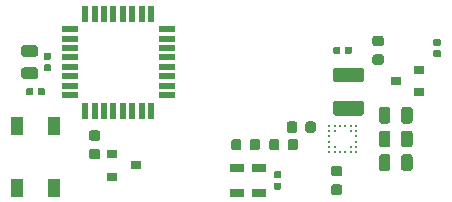
<source format=gbr>
G04 #@! TF.GenerationSoftware,KiCad,Pcbnew,(5.1.5)-3*
G04 #@! TF.CreationDate,2021-01-08T03:31:11-05:00*
G04 #@! TF.ProjectId,EPC611 LIDAR,45504336-3131-4204-9c49-4441522e6b69,rev?*
G04 #@! TF.SameCoordinates,Original*
G04 #@! TF.FileFunction,Paste,Top*
G04 #@! TF.FilePolarity,Positive*
%FSLAX46Y46*%
G04 Gerber Fmt 4.6, Leading zero omitted, Abs format (unit mm)*
G04 Created by KiCad (PCBNEW (5.1.5)-3) date 2021-01-08 03:31:11*
%MOMM*%
%LPD*%
G04 APERTURE LIST*
%ADD10R,1.193800X0.762000*%
%ADD11R,1.473200X0.508000*%
%ADD12R,0.508000X1.473200*%
%ADD13C,0.250000*%
%ADD14R,0.990600X1.549400*%
%ADD15C,0.100000*%
%ADD16R,0.900000X0.800000*%
G04 APERTURE END LIST*
D10*
X121952500Y-116054100D03*
X121952500Y-113945900D03*
X120047500Y-113945900D03*
X120047500Y-116054100D03*
D11*
X105885200Y-102200001D03*
X105885200Y-102999999D03*
X105885200Y-103800000D03*
X105885200Y-104600001D03*
X105885200Y-105399999D03*
X105885200Y-106200000D03*
X105885200Y-106999999D03*
X105885200Y-107799999D03*
D12*
X107200001Y-109114800D03*
X107999999Y-109114800D03*
X108800000Y-109114800D03*
X109600001Y-109114800D03*
X110399999Y-109114800D03*
X111200000Y-109114800D03*
X111999999Y-109114800D03*
X112799999Y-109114800D03*
D11*
X114114800Y-107799999D03*
X114114800Y-107000001D03*
X114114800Y-106200000D03*
X114114800Y-105399999D03*
X114114800Y-104600001D03*
X114114800Y-103800000D03*
X114114800Y-103000001D03*
X114114800Y-102200001D03*
D12*
X112799999Y-100885200D03*
X112000001Y-100885200D03*
X111200000Y-100885200D03*
X110399999Y-100885200D03*
X109600001Y-100885200D03*
X108800000Y-100885200D03*
X108000001Y-100885200D03*
X107200001Y-100885200D03*
D13*
X130125000Y-112625000D03*
X130125000Y-112175000D03*
X130125000Y-111725000D03*
X130125000Y-111275000D03*
X130125000Y-110825000D03*
X130125000Y-110375000D03*
X129675000Y-112625000D03*
X129675000Y-112175000D03*
X129675000Y-110825000D03*
X129675000Y-110375000D03*
X129225000Y-112625000D03*
X129225000Y-110375000D03*
X128775000Y-112625000D03*
X128775000Y-110375000D03*
X128325000Y-112625000D03*
X128325000Y-112175000D03*
X128325000Y-110825000D03*
X128325000Y-110375000D03*
X127875000Y-112625000D03*
X127875000Y-112175000D03*
X127875000Y-111725000D03*
X127875000Y-111275000D03*
X127875000Y-110825000D03*
X127875000Y-110375000D03*
D14*
X101400001Y-115625001D03*
X104599999Y-115625001D03*
X104599999Y-110374999D03*
X101400001Y-110374999D03*
D15*
G36*
X123452691Y-111526053D02*
G01*
X123473926Y-111529203D01*
X123494750Y-111534419D01*
X123514962Y-111541651D01*
X123534368Y-111550830D01*
X123552781Y-111561866D01*
X123570024Y-111574654D01*
X123585930Y-111589070D01*
X123600346Y-111604976D01*
X123613134Y-111622219D01*
X123624170Y-111640632D01*
X123633349Y-111660038D01*
X123640581Y-111680250D01*
X123645797Y-111701074D01*
X123648947Y-111722309D01*
X123650000Y-111743750D01*
X123650000Y-112256250D01*
X123648947Y-112277691D01*
X123645797Y-112298926D01*
X123640581Y-112319750D01*
X123633349Y-112339962D01*
X123624170Y-112359368D01*
X123613134Y-112377781D01*
X123600346Y-112395024D01*
X123585930Y-112410930D01*
X123570024Y-112425346D01*
X123552781Y-112438134D01*
X123534368Y-112449170D01*
X123514962Y-112458349D01*
X123494750Y-112465581D01*
X123473926Y-112470797D01*
X123452691Y-112473947D01*
X123431250Y-112475000D01*
X122993750Y-112475000D01*
X122972309Y-112473947D01*
X122951074Y-112470797D01*
X122930250Y-112465581D01*
X122910038Y-112458349D01*
X122890632Y-112449170D01*
X122872219Y-112438134D01*
X122854976Y-112425346D01*
X122839070Y-112410930D01*
X122824654Y-112395024D01*
X122811866Y-112377781D01*
X122800830Y-112359368D01*
X122791651Y-112339962D01*
X122784419Y-112319750D01*
X122779203Y-112298926D01*
X122776053Y-112277691D01*
X122775000Y-112256250D01*
X122775000Y-111743750D01*
X122776053Y-111722309D01*
X122779203Y-111701074D01*
X122784419Y-111680250D01*
X122791651Y-111660038D01*
X122800830Y-111640632D01*
X122811866Y-111622219D01*
X122824654Y-111604976D01*
X122839070Y-111589070D01*
X122854976Y-111574654D01*
X122872219Y-111561866D01*
X122890632Y-111550830D01*
X122910038Y-111541651D01*
X122930250Y-111534419D01*
X122951074Y-111529203D01*
X122972309Y-111526053D01*
X122993750Y-111525000D01*
X123431250Y-111525000D01*
X123452691Y-111526053D01*
G37*
G36*
X125027691Y-111526053D02*
G01*
X125048926Y-111529203D01*
X125069750Y-111534419D01*
X125089962Y-111541651D01*
X125109368Y-111550830D01*
X125127781Y-111561866D01*
X125145024Y-111574654D01*
X125160930Y-111589070D01*
X125175346Y-111604976D01*
X125188134Y-111622219D01*
X125199170Y-111640632D01*
X125208349Y-111660038D01*
X125215581Y-111680250D01*
X125220797Y-111701074D01*
X125223947Y-111722309D01*
X125225000Y-111743750D01*
X125225000Y-112256250D01*
X125223947Y-112277691D01*
X125220797Y-112298926D01*
X125215581Y-112319750D01*
X125208349Y-112339962D01*
X125199170Y-112359368D01*
X125188134Y-112377781D01*
X125175346Y-112395024D01*
X125160930Y-112410930D01*
X125145024Y-112425346D01*
X125127781Y-112438134D01*
X125109368Y-112449170D01*
X125089962Y-112458349D01*
X125069750Y-112465581D01*
X125048926Y-112470797D01*
X125027691Y-112473947D01*
X125006250Y-112475000D01*
X124568750Y-112475000D01*
X124547309Y-112473947D01*
X124526074Y-112470797D01*
X124505250Y-112465581D01*
X124485038Y-112458349D01*
X124465632Y-112449170D01*
X124447219Y-112438134D01*
X124429976Y-112425346D01*
X124414070Y-112410930D01*
X124399654Y-112395024D01*
X124386866Y-112377781D01*
X124375830Y-112359368D01*
X124366651Y-112339962D01*
X124359419Y-112319750D01*
X124354203Y-112298926D01*
X124351053Y-112277691D01*
X124350000Y-112256250D01*
X124350000Y-111743750D01*
X124351053Y-111722309D01*
X124354203Y-111701074D01*
X124359419Y-111680250D01*
X124366651Y-111660038D01*
X124375830Y-111640632D01*
X124386866Y-111622219D01*
X124399654Y-111604976D01*
X124414070Y-111589070D01*
X124429976Y-111574654D01*
X124447219Y-111561866D01*
X124465632Y-111550830D01*
X124485038Y-111541651D01*
X124505250Y-111534419D01*
X124526074Y-111529203D01*
X124547309Y-111526053D01*
X124568750Y-111525000D01*
X125006250Y-111525000D01*
X125027691Y-111526053D01*
G37*
G36*
X120240191Y-111526053D02*
G01*
X120261426Y-111529203D01*
X120282250Y-111534419D01*
X120302462Y-111541651D01*
X120321868Y-111550830D01*
X120340281Y-111561866D01*
X120357524Y-111574654D01*
X120373430Y-111589070D01*
X120387846Y-111604976D01*
X120400634Y-111622219D01*
X120411670Y-111640632D01*
X120420849Y-111660038D01*
X120428081Y-111680250D01*
X120433297Y-111701074D01*
X120436447Y-111722309D01*
X120437500Y-111743750D01*
X120437500Y-112256250D01*
X120436447Y-112277691D01*
X120433297Y-112298926D01*
X120428081Y-112319750D01*
X120420849Y-112339962D01*
X120411670Y-112359368D01*
X120400634Y-112377781D01*
X120387846Y-112395024D01*
X120373430Y-112410930D01*
X120357524Y-112425346D01*
X120340281Y-112438134D01*
X120321868Y-112449170D01*
X120302462Y-112458349D01*
X120282250Y-112465581D01*
X120261426Y-112470797D01*
X120240191Y-112473947D01*
X120218750Y-112475000D01*
X119781250Y-112475000D01*
X119759809Y-112473947D01*
X119738574Y-112470797D01*
X119717750Y-112465581D01*
X119697538Y-112458349D01*
X119678132Y-112449170D01*
X119659719Y-112438134D01*
X119642476Y-112425346D01*
X119626570Y-112410930D01*
X119612154Y-112395024D01*
X119599366Y-112377781D01*
X119588330Y-112359368D01*
X119579151Y-112339962D01*
X119571919Y-112319750D01*
X119566703Y-112298926D01*
X119563553Y-112277691D01*
X119562500Y-112256250D01*
X119562500Y-111743750D01*
X119563553Y-111722309D01*
X119566703Y-111701074D01*
X119571919Y-111680250D01*
X119579151Y-111660038D01*
X119588330Y-111640632D01*
X119599366Y-111622219D01*
X119612154Y-111604976D01*
X119626570Y-111589070D01*
X119642476Y-111574654D01*
X119659719Y-111561866D01*
X119678132Y-111550830D01*
X119697538Y-111541651D01*
X119717750Y-111534419D01*
X119738574Y-111529203D01*
X119759809Y-111526053D01*
X119781250Y-111525000D01*
X120218750Y-111525000D01*
X120240191Y-111526053D01*
G37*
G36*
X121815191Y-111526053D02*
G01*
X121836426Y-111529203D01*
X121857250Y-111534419D01*
X121877462Y-111541651D01*
X121896868Y-111550830D01*
X121915281Y-111561866D01*
X121932524Y-111574654D01*
X121948430Y-111589070D01*
X121962846Y-111604976D01*
X121975634Y-111622219D01*
X121986670Y-111640632D01*
X121995849Y-111660038D01*
X122003081Y-111680250D01*
X122008297Y-111701074D01*
X122011447Y-111722309D01*
X122012500Y-111743750D01*
X122012500Y-112256250D01*
X122011447Y-112277691D01*
X122008297Y-112298926D01*
X122003081Y-112319750D01*
X121995849Y-112339962D01*
X121986670Y-112359368D01*
X121975634Y-112377781D01*
X121962846Y-112395024D01*
X121948430Y-112410930D01*
X121932524Y-112425346D01*
X121915281Y-112438134D01*
X121896868Y-112449170D01*
X121877462Y-112458349D01*
X121857250Y-112465581D01*
X121836426Y-112470797D01*
X121815191Y-112473947D01*
X121793750Y-112475000D01*
X121356250Y-112475000D01*
X121334809Y-112473947D01*
X121313574Y-112470797D01*
X121292750Y-112465581D01*
X121272538Y-112458349D01*
X121253132Y-112449170D01*
X121234719Y-112438134D01*
X121217476Y-112425346D01*
X121201570Y-112410930D01*
X121187154Y-112395024D01*
X121174366Y-112377781D01*
X121163330Y-112359368D01*
X121154151Y-112339962D01*
X121146919Y-112319750D01*
X121141703Y-112298926D01*
X121138553Y-112277691D01*
X121137500Y-112256250D01*
X121137500Y-111743750D01*
X121138553Y-111722309D01*
X121141703Y-111701074D01*
X121146919Y-111680250D01*
X121154151Y-111660038D01*
X121163330Y-111640632D01*
X121174366Y-111622219D01*
X121187154Y-111604976D01*
X121201570Y-111589070D01*
X121217476Y-111574654D01*
X121234719Y-111561866D01*
X121253132Y-111550830D01*
X121272538Y-111541651D01*
X121292750Y-111534419D01*
X121313574Y-111529203D01*
X121334809Y-111526053D01*
X121356250Y-111525000D01*
X121793750Y-111525000D01*
X121815191Y-111526053D01*
G37*
G36*
X108277691Y-110776053D02*
G01*
X108298926Y-110779203D01*
X108319750Y-110784419D01*
X108339962Y-110791651D01*
X108359368Y-110800830D01*
X108377781Y-110811866D01*
X108395024Y-110824654D01*
X108410930Y-110839070D01*
X108425346Y-110854976D01*
X108438134Y-110872219D01*
X108449170Y-110890632D01*
X108458349Y-110910038D01*
X108465581Y-110930250D01*
X108470797Y-110951074D01*
X108473947Y-110972309D01*
X108475000Y-110993750D01*
X108475000Y-111431250D01*
X108473947Y-111452691D01*
X108470797Y-111473926D01*
X108465581Y-111494750D01*
X108458349Y-111514962D01*
X108449170Y-111534368D01*
X108438134Y-111552781D01*
X108425346Y-111570024D01*
X108410930Y-111585930D01*
X108395024Y-111600346D01*
X108377781Y-111613134D01*
X108359368Y-111624170D01*
X108339962Y-111633349D01*
X108319750Y-111640581D01*
X108298926Y-111645797D01*
X108277691Y-111648947D01*
X108256250Y-111650000D01*
X107743750Y-111650000D01*
X107722309Y-111648947D01*
X107701074Y-111645797D01*
X107680250Y-111640581D01*
X107660038Y-111633349D01*
X107640632Y-111624170D01*
X107622219Y-111613134D01*
X107604976Y-111600346D01*
X107589070Y-111585930D01*
X107574654Y-111570024D01*
X107561866Y-111552781D01*
X107550830Y-111534368D01*
X107541651Y-111514962D01*
X107534419Y-111494750D01*
X107529203Y-111473926D01*
X107526053Y-111452691D01*
X107525000Y-111431250D01*
X107525000Y-110993750D01*
X107526053Y-110972309D01*
X107529203Y-110951074D01*
X107534419Y-110930250D01*
X107541651Y-110910038D01*
X107550830Y-110890632D01*
X107561866Y-110872219D01*
X107574654Y-110854976D01*
X107589070Y-110839070D01*
X107604976Y-110824654D01*
X107622219Y-110811866D01*
X107640632Y-110800830D01*
X107660038Y-110791651D01*
X107680250Y-110784419D01*
X107701074Y-110779203D01*
X107722309Y-110776053D01*
X107743750Y-110775000D01*
X108256250Y-110775000D01*
X108277691Y-110776053D01*
G37*
G36*
X108277691Y-112351053D02*
G01*
X108298926Y-112354203D01*
X108319750Y-112359419D01*
X108339962Y-112366651D01*
X108359368Y-112375830D01*
X108377781Y-112386866D01*
X108395024Y-112399654D01*
X108410930Y-112414070D01*
X108425346Y-112429976D01*
X108438134Y-112447219D01*
X108449170Y-112465632D01*
X108458349Y-112485038D01*
X108465581Y-112505250D01*
X108470797Y-112526074D01*
X108473947Y-112547309D01*
X108475000Y-112568750D01*
X108475000Y-113006250D01*
X108473947Y-113027691D01*
X108470797Y-113048926D01*
X108465581Y-113069750D01*
X108458349Y-113089962D01*
X108449170Y-113109368D01*
X108438134Y-113127781D01*
X108425346Y-113145024D01*
X108410930Y-113160930D01*
X108395024Y-113175346D01*
X108377781Y-113188134D01*
X108359368Y-113199170D01*
X108339962Y-113208349D01*
X108319750Y-113215581D01*
X108298926Y-113220797D01*
X108277691Y-113223947D01*
X108256250Y-113225000D01*
X107743750Y-113225000D01*
X107722309Y-113223947D01*
X107701074Y-113220797D01*
X107680250Y-113215581D01*
X107660038Y-113208349D01*
X107640632Y-113199170D01*
X107622219Y-113188134D01*
X107604976Y-113175346D01*
X107589070Y-113160930D01*
X107574654Y-113145024D01*
X107561866Y-113127781D01*
X107550830Y-113109368D01*
X107541651Y-113089962D01*
X107534419Y-113069750D01*
X107529203Y-113048926D01*
X107526053Y-113027691D01*
X107525000Y-113006250D01*
X107525000Y-112568750D01*
X107526053Y-112547309D01*
X107529203Y-112526074D01*
X107534419Y-112505250D01*
X107541651Y-112485038D01*
X107550830Y-112465632D01*
X107561866Y-112447219D01*
X107574654Y-112429976D01*
X107589070Y-112414070D01*
X107604976Y-112399654D01*
X107622219Y-112386866D01*
X107640632Y-112375830D01*
X107660038Y-112366651D01*
X107680250Y-112359419D01*
X107701074Y-112354203D01*
X107722309Y-112351053D01*
X107743750Y-112350000D01*
X108256250Y-112350000D01*
X108277691Y-112351053D01*
G37*
G36*
X132277691Y-104351053D02*
G01*
X132298926Y-104354203D01*
X132319750Y-104359419D01*
X132339962Y-104366651D01*
X132359368Y-104375830D01*
X132377781Y-104386866D01*
X132395024Y-104399654D01*
X132410930Y-104414070D01*
X132425346Y-104429976D01*
X132438134Y-104447219D01*
X132449170Y-104465632D01*
X132458349Y-104485038D01*
X132465581Y-104505250D01*
X132470797Y-104526074D01*
X132473947Y-104547309D01*
X132475000Y-104568750D01*
X132475000Y-105006250D01*
X132473947Y-105027691D01*
X132470797Y-105048926D01*
X132465581Y-105069750D01*
X132458349Y-105089962D01*
X132449170Y-105109368D01*
X132438134Y-105127781D01*
X132425346Y-105145024D01*
X132410930Y-105160930D01*
X132395024Y-105175346D01*
X132377781Y-105188134D01*
X132359368Y-105199170D01*
X132339962Y-105208349D01*
X132319750Y-105215581D01*
X132298926Y-105220797D01*
X132277691Y-105223947D01*
X132256250Y-105225000D01*
X131743750Y-105225000D01*
X131722309Y-105223947D01*
X131701074Y-105220797D01*
X131680250Y-105215581D01*
X131660038Y-105208349D01*
X131640632Y-105199170D01*
X131622219Y-105188134D01*
X131604976Y-105175346D01*
X131589070Y-105160930D01*
X131574654Y-105145024D01*
X131561866Y-105127781D01*
X131550830Y-105109368D01*
X131541651Y-105089962D01*
X131534419Y-105069750D01*
X131529203Y-105048926D01*
X131526053Y-105027691D01*
X131525000Y-105006250D01*
X131525000Y-104568750D01*
X131526053Y-104547309D01*
X131529203Y-104526074D01*
X131534419Y-104505250D01*
X131541651Y-104485038D01*
X131550830Y-104465632D01*
X131561866Y-104447219D01*
X131574654Y-104429976D01*
X131589070Y-104414070D01*
X131604976Y-104399654D01*
X131622219Y-104386866D01*
X131640632Y-104375830D01*
X131660038Y-104366651D01*
X131680250Y-104359419D01*
X131701074Y-104354203D01*
X131722309Y-104351053D01*
X131743750Y-104350000D01*
X132256250Y-104350000D01*
X132277691Y-104351053D01*
G37*
G36*
X132277691Y-102776053D02*
G01*
X132298926Y-102779203D01*
X132319750Y-102784419D01*
X132339962Y-102791651D01*
X132359368Y-102800830D01*
X132377781Y-102811866D01*
X132395024Y-102824654D01*
X132410930Y-102839070D01*
X132425346Y-102854976D01*
X132438134Y-102872219D01*
X132449170Y-102890632D01*
X132458349Y-102910038D01*
X132465581Y-102930250D01*
X132470797Y-102951074D01*
X132473947Y-102972309D01*
X132475000Y-102993750D01*
X132475000Y-103431250D01*
X132473947Y-103452691D01*
X132470797Y-103473926D01*
X132465581Y-103494750D01*
X132458349Y-103514962D01*
X132449170Y-103534368D01*
X132438134Y-103552781D01*
X132425346Y-103570024D01*
X132410930Y-103585930D01*
X132395024Y-103600346D01*
X132377781Y-103613134D01*
X132359368Y-103624170D01*
X132339962Y-103633349D01*
X132319750Y-103640581D01*
X132298926Y-103645797D01*
X132277691Y-103648947D01*
X132256250Y-103650000D01*
X131743750Y-103650000D01*
X131722309Y-103648947D01*
X131701074Y-103645797D01*
X131680250Y-103640581D01*
X131660038Y-103633349D01*
X131640632Y-103624170D01*
X131622219Y-103613134D01*
X131604976Y-103600346D01*
X131589070Y-103585930D01*
X131574654Y-103570024D01*
X131561866Y-103552781D01*
X131550830Y-103534368D01*
X131541651Y-103514962D01*
X131534419Y-103494750D01*
X131529203Y-103473926D01*
X131526053Y-103452691D01*
X131525000Y-103431250D01*
X131525000Y-102993750D01*
X131526053Y-102972309D01*
X131529203Y-102951074D01*
X131534419Y-102930250D01*
X131541651Y-102910038D01*
X131550830Y-102890632D01*
X131561866Y-102872219D01*
X131574654Y-102854976D01*
X131589070Y-102839070D01*
X131604976Y-102824654D01*
X131622219Y-102811866D01*
X131640632Y-102800830D01*
X131660038Y-102791651D01*
X131680250Y-102784419D01*
X131701074Y-102779203D01*
X131722309Y-102776053D01*
X131743750Y-102775000D01*
X132256250Y-102775000D01*
X132277691Y-102776053D01*
G37*
G36*
X130599504Y-108276204D02*
G01*
X130623773Y-108279804D01*
X130647571Y-108285765D01*
X130670671Y-108294030D01*
X130692849Y-108304520D01*
X130713893Y-108317133D01*
X130733598Y-108331747D01*
X130751777Y-108348223D01*
X130768253Y-108366402D01*
X130782867Y-108386107D01*
X130795480Y-108407151D01*
X130805970Y-108429329D01*
X130814235Y-108452429D01*
X130820196Y-108476227D01*
X130823796Y-108500496D01*
X130825000Y-108525000D01*
X130825000Y-109275000D01*
X130823796Y-109299504D01*
X130820196Y-109323773D01*
X130814235Y-109347571D01*
X130805970Y-109370671D01*
X130795480Y-109392849D01*
X130782867Y-109413893D01*
X130768253Y-109433598D01*
X130751777Y-109451777D01*
X130733598Y-109468253D01*
X130713893Y-109482867D01*
X130692849Y-109495480D01*
X130670671Y-109505970D01*
X130647571Y-109514235D01*
X130623773Y-109520196D01*
X130599504Y-109523796D01*
X130575000Y-109525000D01*
X128425000Y-109525000D01*
X128400496Y-109523796D01*
X128376227Y-109520196D01*
X128352429Y-109514235D01*
X128329329Y-109505970D01*
X128307151Y-109495480D01*
X128286107Y-109482867D01*
X128266402Y-109468253D01*
X128248223Y-109451777D01*
X128231747Y-109433598D01*
X128217133Y-109413893D01*
X128204520Y-109392849D01*
X128194030Y-109370671D01*
X128185765Y-109347571D01*
X128179804Y-109323773D01*
X128176204Y-109299504D01*
X128175000Y-109275000D01*
X128175000Y-108525000D01*
X128176204Y-108500496D01*
X128179804Y-108476227D01*
X128185765Y-108452429D01*
X128194030Y-108429329D01*
X128204520Y-108407151D01*
X128217133Y-108386107D01*
X128231747Y-108366402D01*
X128248223Y-108348223D01*
X128266402Y-108331747D01*
X128286107Y-108317133D01*
X128307151Y-108304520D01*
X128329329Y-108294030D01*
X128352429Y-108285765D01*
X128376227Y-108279804D01*
X128400496Y-108276204D01*
X128425000Y-108275000D01*
X130575000Y-108275000D01*
X130599504Y-108276204D01*
G37*
G36*
X130599504Y-105476204D02*
G01*
X130623773Y-105479804D01*
X130647571Y-105485765D01*
X130670671Y-105494030D01*
X130692849Y-105504520D01*
X130713893Y-105517133D01*
X130733598Y-105531747D01*
X130751777Y-105548223D01*
X130768253Y-105566402D01*
X130782867Y-105586107D01*
X130795480Y-105607151D01*
X130805970Y-105629329D01*
X130814235Y-105652429D01*
X130820196Y-105676227D01*
X130823796Y-105700496D01*
X130825000Y-105725000D01*
X130825000Y-106475000D01*
X130823796Y-106499504D01*
X130820196Y-106523773D01*
X130814235Y-106547571D01*
X130805970Y-106570671D01*
X130795480Y-106592849D01*
X130782867Y-106613893D01*
X130768253Y-106633598D01*
X130751777Y-106651777D01*
X130733598Y-106668253D01*
X130713893Y-106682867D01*
X130692849Y-106695480D01*
X130670671Y-106705970D01*
X130647571Y-106714235D01*
X130623773Y-106720196D01*
X130599504Y-106723796D01*
X130575000Y-106725000D01*
X128425000Y-106725000D01*
X128400496Y-106723796D01*
X128376227Y-106720196D01*
X128352429Y-106714235D01*
X128329329Y-106705970D01*
X128307151Y-106695480D01*
X128286107Y-106682867D01*
X128266402Y-106668253D01*
X128248223Y-106651777D01*
X128231747Y-106633598D01*
X128217133Y-106613893D01*
X128204520Y-106592849D01*
X128194030Y-106570671D01*
X128185765Y-106547571D01*
X128179804Y-106523773D01*
X128176204Y-106499504D01*
X128175000Y-106475000D01*
X128175000Y-105725000D01*
X128176204Y-105700496D01*
X128179804Y-105676227D01*
X128185765Y-105652429D01*
X128194030Y-105629329D01*
X128204520Y-105607151D01*
X128217133Y-105586107D01*
X128231747Y-105566402D01*
X128248223Y-105548223D01*
X128266402Y-105531747D01*
X128286107Y-105517133D01*
X128307151Y-105504520D01*
X128329329Y-105494030D01*
X128352429Y-105485765D01*
X128376227Y-105479804D01*
X128400496Y-105476204D01*
X128425000Y-105475000D01*
X130575000Y-105475000D01*
X130599504Y-105476204D01*
G37*
D16*
X111500000Y-113750000D03*
X109500000Y-114700000D03*
X109500000Y-112800000D03*
X133500000Y-106600000D03*
X135500000Y-105650000D03*
X135500000Y-107550000D03*
D15*
G36*
X102980142Y-105451174D02*
G01*
X103003803Y-105454684D01*
X103027007Y-105460496D01*
X103049529Y-105468554D01*
X103071153Y-105478782D01*
X103091670Y-105491079D01*
X103110883Y-105505329D01*
X103128607Y-105521393D01*
X103144671Y-105539117D01*
X103158921Y-105558330D01*
X103171218Y-105578847D01*
X103181446Y-105600471D01*
X103189504Y-105622993D01*
X103195316Y-105646197D01*
X103198826Y-105669858D01*
X103200000Y-105693750D01*
X103200000Y-106181250D01*
X103198826Y-106205142D01*
X103195316Y-106228803D01*
X103189504Y-106252007D01*
X103181446Y-106274529D01*
X103171218Y-106296153D01*
X103158921Y-106316670D01*
X103144671Y-106335883D01*
X103128607Y-106353607D01*
X103110883Y-106369671D01*
X103091670Y-106383921D01*
X103071153Y-106396218D01*
X103049529Y-106406446D01*
X103027007Y-106414504D01*
X103003803Y-106420316D01*
X102980142Y-106423826D01*
X102956250Y-106425000D01*
X102043750Y-106425000D01*
X102019858Y-106423826D01*
X101996197Y-106420316D01*
X101972993Y-106414504D01*
X101950471Y-106406446D01*
X101928847Y-106396218D01*
X101908330Y-106383921D01*
X101889117Y-106369671D01*
X101871393Y-106353607D01*
X101855329Y-106335883D01*
X101841079Y-106316670D01*
X101828782Y-106296153D01*
X101818554Y-106274529D01*
X101810496Y-106252007D01*
X101804684Y-106228803D01*
X101801174Y-106205142D01*
X101800000Y-106181250D01*
X101800000Y-105693750D01*
X101801174Y-105669858D01*
X101804684Y-105646197D01*
X101810496Y-105622993D01*
X101818554Y-105600471D01*
X101828782Y-105578847D01*
X101841079Y-105558330D01*
X101855329Y-105539117D01*
X101871393Y-105521393D01*
X101889117Y-105505329D01*
X101908330Y-105491079D01*
X101928847Y-105478782D01*
X101950471Y-105468554D01*
X101972993Y-105460496D01*
X101996197Y-105454684D01*
X102019858Y-105451174D01*
X102043750Y-105450000D01*
X102956250Y-105450000D01*
X102980142Y-105451174D01*
G37*
G36*
X102980142Y-103576174D02*
G01*
X103003803Y-103579684D01*
X103027007Y-103585496D01*
X103049529Y-103593554D01*
X103071153Y-103603782D01*
X103091670Y-103616079D01*
X103110883Y-103630329D01*
X103128607Y-103646393D01*
X103144671Y-103664117D01*
X103158921Y-103683330D01*
X103171218Y-103703847D01*
X103181446Y-103725471D01*
X103189504Y-103747993D01*
X103195316Y-103771197D01*
X103198826Y-103794858D01*
X103200000Y-103818750D01*
X103200000Y-104306250D01*
X103198826Y-104330142D01*
X103195316Y-104353803D01*
X103189504Y-104377007D01*
X103181446Y-104399529D01*
X103171218Y-104421153D01*
X103158921Y-104441670D01*
X103144671Y-104460883D01*
X103128607Y-104478607D01*
X103110883Y-104494671D01*
X103091670Y-104508921D01*
X103071153Y-104521218D01*
X103049529Y-104531446D01*
X103027007Y-104539504D01*
X103003803Y-104545316D01*
X102980142Y-104548826D01*
X102956250Y-104550000D01*
X102043750Y-104550000D01*
X102019858Y-104548826D01*
X101996197Y-104545316D01*
X101972993Y-104539504D01*
X101950471Y-104531446D01*
X101928847Y-104521218D01*
X101908330Y-104508921D01*
X101889117Y-104494671D01*
X101871393Y-104478607D01*
X101855329Y-104460883D01*
X101841079Y-104441670D01*
X101828782Y-104421153D01*
X101818554Y-104399529D01*
X101810496Y-104377007D01*
X101804684Y-104353803D01*
X101801174Y-104330142D01*
X101800000Y-104306250D01*
X101800000Y-103818750D01*
X101801174Y-103794858D01*
X101804684Y-103771197D01*
X101810496Y-103747993D01*
X101818554Y-103725471D01*
X101828782Y-103703847D01*
X101841079Y-103683330D01*
X101855329Y-103664117D01*
X101871393Y-103646393D01*
X101889117Y-103630329D01*
X101908330Y-103616079D01*
X101928847Y-103603782D01*
X101950471Y-103593554D01*
X101972993Y-103585496D01*
X101996197Y-103579684D01*
X102019858Y-103576174D01*
X102043750Y-103575000D01*
X102956250Y-103575000D01*
X102980142Y-103576174D01*
G37*
G36*
X104186958Y-105190710D02*
G01*
X104201276Y-105192834D01*
X104215317Y-105196351D01*
X104228946Y-105201228D01*
X104242031Y-105207417D01*
X104254447Y-105214858D01*
X104266073Y-105223481D01*
X104276798Y-105233202D01*
X104286519Y-105243927D01*
X104295142Y-105255553D01*
X104302583Y-105267969D01*
X104308772Y-105281054D01*
X104313649Y-105294683D01*
X104317166Y-105308724D01*
X104319290Y-105323042D01*
X104320000Y-105337500D01*
X104320000Y-105632500D01*
X104319290Y-105646958D01*
X104317166Y-105661276D01*
X104313649Y-105675317D01*
X104308772Y-105688946D01*
X104302583Y-105702031D01*
X104295142Y-105714447D01*
X104286519Y-105726073D01*
X104276798Y-105736798D01*
X104266073Y-105746519D01*
X104254447Y-105755142D01*
X104242031Y-105762583D01*
X104228946Y-105768772D01*
X104215317Y-105773649D01*
X104201276Y-105777166D01*
X104186958Y-105779290D01*
X104172500Y-105780000D01*
X103827500Y-105780000D01*
X103813042Y-105779290D01*
X103798724Y-105777166D01*
X103784683Y-105773649D01*
X103771054Y-105768772D01*
X103757969Y-105762583D01*
X103745553Y-105755142D01*
X103733927Y-105746519D01*
X103723202Y-105736798D01*
X103713481Y-105726073D01*
X103704858Y-105714447D01*
X103697417Y-105702031D01*
X103691228Y-105688946D01*
X103686351Y-105675317D01*
X103682834Y-105661276D01*
X103680710Y-105646958D01*
X103680000Y-105632500D01*
X103680000Y-105337500D01*
X103680710Y-105323042D01*
X103682834Y-105308724D01*
X103686351Y-105294683D01*
X103691228Y-105281054D01*
X103697417Y-105267969D01*
X103704858Y-105255553D01*
X103713481Y-105243927D01*
X103723202Y-105233202D01*
X103733927Y-105223481D01*
X103745553Y-105214858D01*
X103757969Y-105207417D01*
X103771054Y-105201228D01*
X103784683Y-105196351D01*
X103798724Y-105192834D01*
X103813042Y-105190710D01*
X103827500Y-105190000D01*
X104172500Y-105190000D01*
X104186958Y-105190710D01*
G37*
G36*
X104186958Y-104220710D02*
G01*
X104201276Y-104222834D01*
X104215317Y-104226351D01*
X104228946Y-104231228D01*
X104242031Y-104237417D01*
X104254447Y-104244858D01*
X104266073Y-104253481D01*
X104276798Y-104263202D01*
X104286519Y-104273927D01*
X104295142Y-104285553D01*
X104302583Y-104297969D01*
X104308772Y-104311054D01*
X104313649Y-104324683D01*
X104317166Y-104338724D01*
X104319290Y-104353042D01*
X104320000Y-104367500D01*
X104320000Y-104662500D01*
X104319290Y-104676958D01*
X104317166Y-104691276D01*
X104313649Y-104705317D01*
X104308772Y-104718946D01*
X104302583Y-104732031D01*
X104295142Y-104744447D01*
X104286519Y-104756073D01*
X104276798Y-104766798D01*
X104266073Y-104776519D01*
X104254447Y-104785142D01*
X104242031Y-104792583D01*
X104228946Y-104798772D01*
X104215317Y-104803649D01*
X104201276Y-104807166D01*
X104186958Y-104809290D01*
X104172500Y-104810000D01*
X103827500Y-104810000D01*
X103813042Y-104809290D01*
X103798724Y-104807166D01*
X103784683Y-104803649D01*
X103771054Y-104798772D01*
X103757969Y-104792583D01*
X103745553Y-104785142D01*
X103733927Y-104776519D01*
X103723202Y-104766798D01*
X103713481Y-104756073D01*
X103704858Y-104744447D01*
X103697417Y-104732031D01*
X103691228Y-104718946D01*
X103686351Y-104705317D01*
X103682834Y-104691276D01*
X103680710Y-104676958D01*
X103680000Y-104662500D01*
X103680000Y-104367500D01*
X103680710Y-104353042D01*
X103682834Y-104338724D01*
X103686351Y-104324683D01*
X103691228Y-104311054D01*
X103697417Y-104297969D01*
X103704858Y-104285553D01*
X103713481Y-104273927D01*
X103723202Y-104263202D01*
X103733927Y-104253481D01*
X103745553Y-104244858D01*
X103757969Y-104237417D01*
X103771054Y-104231228D01*
X103784683Y-104226351D01*
X103798724Y-104222834D01*
X103813042Y-104220710D01*
X103827500Y-104220000D01*
X104172500Y-104220000D01*
X104186958Y-104220710D01*
G37*
G36*
X102676958Y-107180710D02*
G01*
X102691276Y-107182834D01*
X102705317Y-107186351D01*
X102718946Y-107191228D01*
X102732031Y-107197417D01*
X102744447Y-107204858D01*
X102756073Y-107213481D01*
X102766798Y-107223202D01*
X102776519Y-107233927D01*
X102785142Y-107245553D01*
X102792583Y-107257969D01*
X102798772Y-107271054D01*
X102803649Y-107284683D01*
X102807166Y-107298724D01*
X102809290Y-107313042D01*
X102810000Y-107327500D01*
X102810000Y-107672500D01*
X102809290Y-107686958D01*
X102807166Y-107701276D01*
X102803649Y-107715317D01*
X102798772Y-107728946D01*
X102792583Y-107742031D01*
X102785142Y-107754447D01*
X102776519Y-107766073D01*
X102766798Y-107776798D01*
X102756073Y-107786519D01*
X102744447Y-107795142D01*
X102732031Y-107802583D01*
X102718946Y-107808772D01*
X102705317Y-107813649D01*
X102691276Y-107817166D01*
X102676958Y-107819290D01*
X102662500Y-107820000D01*
X102367500Y-107820000D01*
X102353042Y-107819290D01*
X102338724Y-107817166D01*
X102324683Y-107813649D01*
X102311054Y-107808772D01*
X102297969Y-107802583D01*
X102285553Y-107795142D01*
X102273927Y-107786519D01*
X102263202Y-107776798D01*
X102253481Y-107766073D01*
X102244858Y-107754447D01*
X102237417Y-107742031D01*
X102231228Y-107728946D01*
X102226351Y-107715317D01*
X102222834Y-107701276D01*
X102220710Y-107686958D01*
X102220000Y-107672500D01*
X102220000Y-107327500D01*
X102220710Y-107313042D01*
X102222834Y-107298724D01*
X102226351Y-107284683D01*
X102231228Y-107271054D01*
X102237417Y-107257969D01*
X102244858Y-107245553D01*
X102253481Y-107233927D01*
X102263202Y-107223202D01*
X102273927Y-107213481D01*
X102285553Y-107204858D01*
X102297969Y-107197417D01*
X102311054Y-107191228D01*
X102324683Y-107186351D01*
X102338724Y-107182834D01*
X102353042Y-107180710D01*
X102367500Y-107180000D01*
X102662500Y-107180000D01*
X102676958Y-107180710D01*
G37*
G36*
X103646958Y-107180710D02*
G01*
X103661276Y-107182834D01*
X103675317Y-107186351D01*
X103688946Y-107191228D01*
X103702031Y-107197417D01*
X103714447Y-107204858D01*
X103726073Y-107213481D01*
X103736798Y-107223202D01*
X103746519Y-107233927D01*
X103755142Y-107245553D01*
X103762583Y-107257969D01*
X103768772Y-107271054D01*
X103773649Y-107284683D01*
X103777166Y-107298724D01*
X103779290Y-107313042D01*
X103780000Y-107327500D01*
X103780000Y-107672500D01*
X103779290Y-107686958D01*
X103777166Y-107701276D01*
X103773649Y-107715317D01*
X103768772Y-107728946D01*
X103762583Y-107742031D01*
X103755142Y-107754447D01*
X103746519Y-107766073D01*
X103736798Y-107776798D01*
X103726073Y-107786519D01*
X103714447Y-107795142D01*
X103702031Y-107802583D01*
X103688946Y-107808772D01*
X103675317Y-107813649D01*
X103661276Y-107817166D01*
X103646958Y-107819290D01*
X103632500Y-107820000D01*
X103337500Y-107820000D01*
X103323042Y-107819290D01*
X103308724Y-107817166D01*
X103294683Y-107813649D01*
X103281054Y-107808772D01*
X103267969Y-107802583D01*
X103255553Y-107795142D01*
X103243927Y-107786519D01*
X103233202Y-107776798D01*
X103223481Y-107766073D01*
X103214858Y-107754447D01*
X103207417Y-107742031D01*
X103201228Y-107728946D01*
X103196351Y-107715317D01*
X103192834Y-107701276D01*
X103190710Y-107686958D01*
X103190000Y-107672500D01*
X103190000Y-107327500D01*
X103190710Y-107313042D01*
X103192834Y-107298724D01*
X103196351Y-107284683D01*
X103201228Y-107271054D01*
X103207417Y-107257969D01*
X103214858Y-107245553D01*
X103223481Y-107233927D01*
X103233202Y-107223202D01*
X103243927Y-107213481D01*
X103255553Y-107204858D01*
X103267969Y-107197417D01*
X103281054Y-107191228D01*
X103294683Y-107186351D01*
X103308724Y-107182834D01*
X103323042Y-107180710D01*
X103337500Y-107180000D01*
X103632500Y-107180000D01*
X103646958Y-107180710D01*
G37*
G36*
X123686958Y-115205710D02*
G01*
X123701276Y-115207834D01*
X123715317Y-115211351D01*
X123728946Y-115216228D01*
X123742031Y-115222417D01*
X123754447Y-115229858D01*
X123766073Y-115238481D01*
X123776798Y-115248202D01*
X123786519Y-115258927D01*
X123795142Y-115270553D01*
X123802583Y-115282969D01*
X123808772Y-115296054D01*
X123813649Y-115309683D01*
X123817166Y-115323724D01*
X123819290Y-115338042D01*
X123820000Y-115352500D01*
X123820000Y-115647500D01*
X123819290Y-115661958D01*
X123817166Y-115676276D01*
X123813649Y-115690317D01*
X123808772Y-115703946D01*
X123802583Y-115717031D01*
X123795142Y-115729447D01*
X123786519Y-115741073D01*
X123776798Y-115751798D01*
X123766073Y-115761519D01*
X123754447Y-115770142D01*
X123742031Y-115777583D01*
X123728946Y-115783772D01*
X123715317Y-115788649D01*
X123701276Y-115792166D01*
X123686958Y-115794290D01*
X123672500Y-115795000D01*
X123327500Y-115795000D01*
X123313042Y-115794290D01*
X123298724Y-115792166D01*
X123284683Y-115788649D01*
X123271054Y-115783772D01*
X123257969Y-115777583D01*
X123245553Y-115770142D01*
X123233927Y-115761519D01*
X123223202Y-115751798D01*
X123213481Y-115741073D01*
X123204858Y-115729447D01*
X123197417Y-115717031D01*
X123191228Y-115703946D01*
X123186351Y-115690317D01*
X123182834Y-115676276D01*
X123180710Y-115661958D01*
X123180000Y-115647500D01*
X123180000Y-115352500D01*
X123180710Y-115338042D01*
X123182834Y-115323724D01*
X123186351Y-115309683D01*
X123191228Y-115296054D01*
X123197417Y-115282969D01*
X123204858Y-115270553D01*
X123213481Y-115258927D01*
X123223202Y-115248202D01*
X123233927Y-115238481D01*
X123245553Y-115229858D01*
X123257969Y-115222417D01*
X123271054Y-115216228D01*
X123284683Y-115211351D01*
X123298724Y-115207834D01*
X123313042Y-115205710D01*
X123327500Y-115205000D01*
X123672500Y-115205000D01*
X123686958Y-115205710D01*
G37*
G36*
X123686958Y-114235710D02*
G01*
X123701276Y-114237834D01*
X123715317Y-114241351D01*
X123728946Y-114246228D01*
X123742031Y-114252417D01*
X123754447Y-114259858D01*
X123766073Y-114268481D01*
X123776798Y-114278202D01*
X123786519Y-114288927D01*
X123795142Y-114300553D01*
X123802583Y-114312969D01*
X123808772Y-114326054D01*
X123813649Y-114339683D01*
X123817166Y-114353724D01*
X123819290Y-114368042D01*
X123820000Y-114382500D01*
X123820000Y-114677500D01*
X123819290Y-114691958D01*
X123817166Y-114706276D01*
X123813649Y-114720317D01*
X123808772Y-114733946D01*
X123802583Y-114747031D01*
X123795142Y-114759447D01*
X123786519Y-114771073D01*
X123776798Y-114781798D01*
X123766073Y-114791519D01*
X123754447Y-114800142D01*
X123742031Y-114807583D01*
X123728946Y-114813772D01*
X123715317Y-114818649D01*
X123701276Y-114822166D01*
X123686958Y-114824290D01*
X123672500Y-114825000D01*
X123327500Y-114825000D01*
X123313042Y-114824290D01*
X123298724Y-114822166D01*
X123284683Y-114818649D01*
X123271054Y-114813772D01*
X123257969Y-114807583D01*
X123245553Y-114800142D01*
X123233927Y-114791519D01*
X123223202Y-114781798D01*
X123213481Y-114771073D01*
X123204858Y-114759447D01*
X123197417Y-114747031D01*
X123191228Y-114733946D01*
X123186351Y-114720317D01*
X123182834Y-114706276D01*
X123180710Y-114691958D01*
X123180000Y-114677500D01*
X123180000Y-114382500D01*
X123180710Y-114368042D01*
X123182834Y-114353724D01*
X123186351Y-114339683D01*
X123191228Y-114326054D01*
X123197417Y-114312969D01*
X123204858Y-114300553D01*
X123213481Y-114288927D01*
X123223202Y-114278202D01*
X123233927Y-114268481D01*
X123245553Y-114259858D01*
X123257969Y-114252417D01*
X123271054Y-114246228D01*
X123284683Y-114241351D01*
X123298724Y-114237834D01*
X123313042Y-114235710D01*
X123327500Y-114235000D01*
X123672500Y-114235000D01*
X123686958Y-114235710D01*
G37*
G36*
X126527691Y-110026053D02*
G01*
X126548926Y-110029203D01*
X126569750Y-110034419D01*
X126589962Y-110041651D01*
X126609368Y-110050830D01*
X126627781Y-110061866D01*
X126645024Y-110074654D01*
X126660930Y-110089070D01*
X126675346Y-110104976D01*
X126688134Y-110122219D01*
X126699170Y-110140632D01*
X126708349Y-110160038D01*
X126715581Y-110180250D01*
X126720797Y-110201074D01*
X126723947Y-110222309D01*
X126725000Y-110243750D01*
X126725000Y-110756250D01*
X126723947Y-110777691D01*
X126720797Y-110798926D01*
X126715581Y-110819750D01*
X126708349Y-110839962D01*
X126699170Y-110859368D01*
X126688134Y-110877781D01*
X126675346Y-110895024D01*
X126660930Y-110910930D01*
X126645024Y-110925346D01*
X126627781Y-110938134D01*
X126609368Y-110949170D01*
X126589962Y-110958349D01*
X126569750Y-110965581D01*
X126548926Y-110970797D01*
X126527691Y-110973947D01*
X126506250Y-110975000D01*
X126068750Y-110975000D01*
X126047309Y-110973947D01*
X126026074Y-110970797D01*
X126005250Y-110965581D01*
X125985038Y-110958349D01*
X125965632Y-110949170D01*
X125947219Y-110938134D01*
X125929976Y-110925346D01*
X125914070Y-110910930D01*
X125899654Y-110895024D01*
X125886866Y-110877781D01*
X125875830Y-110859368D01*
X125866651Y-110839962D01*
X125859419Y-110819750D01*
X125854203Y-110798926D01*
X125851053Y-110777691D01*
X125850000Y-110756250D01*
X125850000Y-110243750D01*
X125851053Y-110222309D01*
X125854203Y-110201074D01*
X125859419Y-110180250D01*
X125866651Y-110160038D01*
X125875830Y-110140632D01*
X125886866Y-110122219D01*
X125899654Y-110104976D01*
X125914070Y-110089070D01*
X125929976Y-110074654D01*
X125947219Y-110061866D01*
X125965632Y-110050830D01*
X125985038Y-110041651D01*
X126005250Y-110034419D01*
X126026074Y-110029203D01*
X126047309Y-110026053D01*
X126068750Y-110025000D01*
X126506250Y-110025000D01*
X126527691Y-110026053D01*
G37*
G36*
X124952691Y-110026053D02*
G01*
X124973926Y-110029203D01*
X124994750Y-110034419D01*
X125014962Y-110041651D01*
X125034368Y-110050830D01*
X125052781Y-110061866D01*
X125070024Y-110074654D01*
X125085930Y-110089070D01*
X125100346Y-110104976D01*
X125113134Y-110122219D01*
X125124170Y-110140632D01*
X125133349Y-110160038D01*
X125140581Y-110180250D01*
X125145797Y-110201074D01*
X125148947Y-110222309D01*
X125150000Y-110243750D01*
X125150000Y-110756250D01*
X125148947Y-110777691D01*
X125145797Y-110798926D01*
X125140581Y-110819750D01*
X125133349Y-110839962D01*
X125124170Y-110859368D01*
X125113134Y-110877781D01*
X125100346Y-110895024D01*
X125085930Y-110910930D01*
X125070024Y-110925346D01*
X125052781Y-110938134D01*
X125034368Y-110949170D01*
X125014962Y-110958349D01*
X124994750Y-110965581D01*
X124973926Y-110970797D01*
X124952691Y-110973947D01*
X124931250Y-110975000D01*
X124493750Y-110975000D01*
X124472309Y-110973947D01*
X124451074Y-110970797D01*
X124430250Y-110965581D01*
X124410038Y-110958349D01*
X124390632Y-110949170D01*
X124372219Y-110938134D01*
X124354976Y-110925346D01*
X124339070Y-110910930D01*
X124324654Y-110895024D01*
X124311866Y-110877781D01*
X124300830Y-110859368D01*
X124291651Y-110839962D01*
X124284419Y-110819750D01*
X124279203Y-110798926D01*
X124276053Y-110777691D01*
X124275000Y-110756250D01*
X124275000Y-110243750D01*
X124276053Y-110222309D01*
X124279203Y-110201074D01*
X124284419Y-110180250D01*
X124291651Y-110160038D01*
X124300830Y-110140632D01*
X124311866Y-110122219D01*
X124324654Y-110104976D01*
X124339070Y-110089070D01*
X124354976Y-110074654D01*
X124372219Y-110061866D01*
X124390632Y-110050830D01*
X124410038Y-110041651D01*
X124430250Y-110034419D01*
X124451074Y-110029203D01*
X124472309Y-110026053D01*
X124493750Y-110025000D01*
X124931250Y-110025000D01*
X124952691Y-110026053D01*
G37*
G36*
X137186958Y-103990710D02*
G01*
X137201276Y-103992834D01*
X137215317Y-103996351D01*
X137228946Y-104001228D01*
X137242031Y-104007417D01*
X137254447Y-104014858D01*
X137266073Y-104023481D01*
X137276798Y-104033202D01*
X137286519Y-104043927D01*
X137295142Y-104055553D01*
X137302583Y-104067969D01*
X137308772Y-104081054D01*
X137313649Y-104094683D01*
X137317166Y-104108724D01*
X137319290Y-104123042D01*
X137320000Y-104137500D01*
X137320000Y-104432500D01*
X137319290Y-104446958D01*
X137317166Y-104461276D01*
X137313649Y-104475317D01*
X137308772Y-104488946D01*
X137302583Y-104502031D01*
X137295142Y-104514447D01*
X137286519Y-104526073D01*
X137276798Y-104536798D01*
X137266073Y-104546519D01*
X137254447Y-104555142D01*
X137242031Y-104562583D01*
X137228946Y-104568772D01*
X137215317Y-104573649D01*
X137201276Y-104577166D01*
X137186958Y-104579290D01*
X137172500Y-104580000D01*
X136827500Y-104580000D01*
X136813042Y-104579290D01*
X136798724Y-104577166D01*
X136784683Y-104573649D01*
X136771054Y-104568772D01*
X136757969Y-104562583D01*
X136745553Y-104555142D01*
X136733927Y-104546519D01*
X136723202Y-104536798D01*
X136713481Y-104526073D01*
X136704858Y-104514447D01*
X136697417Y-104502031D01*
X136691228Y-104488946D01*
X136686351Y-104475317D01*
X136682834Y-104461276D01*
X136680710Y-104446958D01*
X136680000Y-104432500D01*
X136680000Y-104137500D01*
X136680710Y-104123042D01*
X136682834Y-104108724D01*
X136686351Y-104094683D01*
X136691228Y-104081054D01*
X136697417Y-104067969D01*
X136704858Y-104055553D01*
X136713481Y-104043927D01*
X136723202Y-104033202D01*
X136733927Y-104023481D01*
X136745553Y-104014858D01*
X136757969Y-104007417D01*
X136771054Y-104001228D01*
X136784683Y-103996351D01*
X136798724Y-103992834D01*
X136813042Y-103990710D01*
X136827500Y-103990000D01*
X137172500Y-103990000D01*
X137186958Y-103990710D01*
G37*
G36*
X137186958Y-103020710D02*
G01*
X137201276Y-103022834D01*
X137215317Y-103026351D01*
X137228946Y-103031228D01*
X137242031Y-103037417D01*
X137254447Y-103044858D01*
X137266073Y-103053481D01*
X137276798Y-103063202D01*
X137286519Y-103073927D01*
X137295142Y-103085553D01*
X137302583Y-103097969D01*
X137308772Y-103111054D01*
X137313649Y-103124683D01*
X137317166Y-103138724D01*
X137319290Y-103153042D01*
X137320000Y-103167500D01*
X137320000Y-103462500D01*
X137319290Y-103476958D01*
X137317166Y-103491276D01*
X137313649Y-103505317D01*
X137308772Y-103518946D01*
X137302583Y-103532031D01*
X137295142Y-103544447D01*
X137286519Y-103556073D01*
X137276798Y-103566798D01*
X137266073Y-103576519D01*
X137254447Y-103585142D01*
X137242031Y-103592583D01*
X137228946Y-103598772D01*
X137215317Y-103603649D01*
X137201276Y-103607166D01*
X137186958Y-103609290D01*
X137172500Y-103610000D01*
X136827500Y-103610000D01*
X136813042Y-103609290D01*
X136798724Y-103607166D01*
X136784683Y-103603649D01*
X136771054Y-103598772D01*
X136757969Y-103592583D01*
X136745553Y-103585142D01*
X136733927Y-103576519D01*
X136723202Y-103566798D01*
X136713481Y-103556073D01*
X136704858Y-103544447D01*
X136697417Y-103532031D01*
X136691228Y-103518946D01*
X136686351Y-103505317D01*
X136682834Y-103491276D01*
X136680710Y-103476958D01*
X136680000Y-103462500D01*
X136680000Y-103167500D01*
X136680710Y-103153042D01*
X136682834Y-103138724D01*
X136686351Y-103124683D01*
X136691228Y-103111054D01*
X136697417Y-103097969D01*
X136704858Y-103085553D01*
X136713481Y-103073927D01*
X136723202Y-103063202D01*
X136733927Y-103053481D01*
X136745553Y-103044858D01*
X136757969Y-103037417D01*
X136771054Y-103031228D01*
X136784683Y-103026351D01*
X136798724Y-103022834D01*
X136813042Y-103020710D01*
X136827500Y-103020000D01*
X137172500Y-103020000D01*
X137186958Y-103020710D01*
G37*
G36*
X128676958Y-103680710D02*
G01*
X128691276Y-103682834D01*
X128705317Y-103686351D01*
X128718946Y-103691228D01*
X128732031Y-103697417D01*
X128744447Y-103704858D01*
X128756073Y-103713481D01*
X128766798Y-103723202D01*
X128776519Y-103733927D01*
X128785142Y-103745553D01*
X128792583Y-103757969D01*
X128798772Y-103771054D01*
X128803649Y-103784683D01*
X128807166Y-103798724D01*
X128809290Y-103813042D01*
X128810000Y-103827500D01*
X128810000Y-104172500D01*
X128809290Y-104186958D01*
X128807166Y-104201276D01*
X128803649Y-104215317D01*
X128798772Y-104228946D01*
X128792583Y-104242031D01*
X128785142Y-104254447D01*
X128776519Y-104266073D01*
X128766798Y-104276798D01*
X128756073Y-104286519D01*
X128744447Y-104295142D01*
X128732031Y-104302583D01*
X128718946Y-104308772D01*
X128705317Y-104313649D01*
X128691276Y-104317166D01*
X128676958Y-104319290D01*
X128662500Y-104320000D01*
X128367500Y-104320000D01*
X128353042Y-104319290D01*
X128338724Y-104317166D01*
X128324683Y-104313649D01*
X128311054Y-104308772D01*
X128297969Y-104302583D01*
X128285553Y-104295142D01*
X128273927Y-104286519D01*
X128263202Y-104276798D01*
X128253481Y-104266073D01*
X128244858Y-104254447D01*
X128237417Y-104242031D01*
X128231228Y-104228946D01*
X128226351Y-104215317D01*
X128222834Y-104201276D01*
X128220710Y-104186958D01*
X128220000Y-104172500D01*
X128220000Y-103827500D01*
X128220710Y-103813042D01*
X128222834Y-103798724D01*
X128226351Y-103784683D01*
X128231228Y-103771054D01*
X128237417Y-103757969D01*
X128244858Y-103745553D01*
X128253481Y-103733927D01*
X128263202Y-103723202D01*
X128273927Y-103713481D01*
X128285553Y-103704858D01*
X128297969Y-103697417D01*
X128311054Y-103691228D01*
X128324683Y-103686351D01*
X128338724Y-103682834D01*
X128353042Y-103680710D01*
X128367500Y-103680000D01*
X128662500Y-103680000D01*
X128676958Y-103680710D01*
G37*
G36*
X129646958Y-103680710D02*
G01*
X129661276Y-103682834D01*
X129675317Y-103686351D01*
X129688946Y-103691228D01*
X129702031Y-103697417D01*
X129714447Y-103704858D01*
X129726073Y-103713481D01*
X129736798Y-103723202D01*
X129746519Y-103733927D01*
X129755142Y-103745553D01*
X129762583Y-103757969D01*
X129768772Y-103771054D01*
X129773649Y-103784683D01*
X129777166Y-103798724D01*
X129779290Y-103813042D01*
X129780000Y-103827500D01*
X129780000Y-104172500D01*
X129779290Y-104186958D01*
X129777166Y-104201276D01*
X129773649Y-104215317D01*
X129768772Y-104228946D01*
X129762583Y-104242031D01*
X129755142Y-104254447D01*
X129746519Y-104266073D01*
X129736798Y-104276798D01*
X129726073Y-104286519D01*
X129714447Y-104295142D01*
X129702031Y-104302583D01*
X129688946Y-104308772D01*
X129675317Y-104313649D01*
X129661276Y-104317166D01*
X129646958Y-104319290D01*
X129632500Y-104320000D01*
X129337500Y-104320000D01*
X129323042Y-104319290D01*
X129308724Y-104317166D01*
X129294683Y-104313649D01*
X129281054Y-104308772D01*
X129267969Y-104302583D01*
X129255553Y-104295142D01*
X129243927Y-104286519D01*
X129233202Y-104276798D01*
X129223481Y-104266073D01*
X129214858Y-104254447D01*
X129207417Y-104242031D01*
X129201228Y-104228946D01*
X129196351Y-104215317D01*
X129192834Y-104201276D01*
X129190710Y-104186958D01*
X129190000Y-104172500D01*
X129190000Y-103827500D01*
X129190710Y-103813042D01*
X129192834Y-103798724D01*
X129196351Y-103784683D01*
X129201228Y-103771054D01*
X129207417Y-103757969D01*
X129214858Y-103745553D01*
X129223481Y-103733927D01*
X129233202Y-103723202D01*
X129243927Y-103713481D01*
X129255553Y-103704858D01*
X129267969Y-103697417D01*
X129281054Y-103691228D01*
X129294683Y-103686351D01*
X129308724Y-103682834D01*
X129323042Y-103680710D01*
X129337500Y-103680000D01*
X129632500Y-103680000D01*
X129646958Y-103680710D01*
G37*
G36*
X134705142Y-108801174D02*
G01*
X134728803Y-108804684D01*
X134752007Y-108810496D01*
X134774529Y-108818554D01*
X134796153Y-108828782D01*
X134816670Y-108841079D01*
X134835883Y-108855329D01*
X134853607Y-108871393D01*
X134869671Y-108889117D01*
X134883921Y-108908330D01*
X134896218Y-108928847D01*
X134906446Y-108950471D01*
X134914504Y-108972993D01*
X134920316Y-108996197D01*
X134923826Y-109019858D01*
X134925000Y-109043750D01*
X134925000Y-109956250D01*
X134923826Y-109980142D01*
X134920316Y-110003803D01*
X134914504Y-110027007D01*
X134906446Y-110049529D01*
X134896218Y-110071153D01*
X134883921Y-110091670D01*
X134869671Y-110110883D01*
X134853607Y-110128607D01*
X134835883Y-110144671D01*
X134816670Y-110158921D01*
X134796153Y-110171218D01*
X134774529Y-110181446D01*
X134752007Y-110189504D01*
X134728803Y-110195316D01*
X134705142Y-110198826D01*
X134681250Y-110200000D01*
X134193750Y-110200000D01*
X134169858Y-110198826D01*
X134146197Y-110195316D01*
X134122993Y-110189504D01*
X134100471Y-110181446D01*
X134078847Y-110171218D01*
X134058330Y-110158921D01*
X134039117Y-110144671D01*
X134021393Y-110128607D01*
X134005329Y-110110883D01*
X133991079Y-110091670D01*
X133978782Y-110071153D01*
X133968554Y-110049529D01*
X133960496Y-110027007D01*
X133954684Y-110003803D01*
X133951174Y-109980142D01*
X133950000Y-109956250D01*
X133950000Y-109043750D01*
X133951174Y-109019858D01*
X133954684Y-108996197D01*
X133960496Y-108972993D01*
X133968554Y-108950471D01*
X133978782Y-108928847D01*
X133991079Y-108908330D01*
X134005329Y-108889117D01*
X134021393Y-108871393D01*
X134039117Y-108855329D01*
X134058330Y-108841079D01*
X134078847Y-108828782D01*
X134100471Y-108818554D01*
X134122993Y-108810496D01*
X134146197Y-108804684D01*
X134169858Y-108801174D01*
X134193750Y-108800000D01*
X134681250Y-108800000D01*
X134705142Y-108801174D01*
G37*
G36*
X132830142Y-108801174D02*
G01*
X132853803Y-108804684D01*
X132877007Y-108810496D01*
X132899529Y-108818554D01*
X132921153Y-108828782D01*
X132941670Y-108841079D01*
X132960883Y-108855329D01*
X132978607Y-108871393D01*
X132994671Y-108889117D01*
X133008921Y-108908330D01*
X133021218Y-108928847D01*
X133031446Y-108950471D01*
X133039504Y-108972993D01*
X133045316Y-108996197D01*
X133048826Y-109019858D01*
X133050000Y-109043750D01*
X133050000Y-109956250D01*
X133048826Y-109980142D01*
X133045316Y-110003803D01*
X133039504Y-110027007D01*
X133031446Y-110049529D01*
X133021218Y-110071153D01*
X133008921Y-110091670D01*
X132994671Y-110110883D01*
X132978607Y-110128607D01*
X132960883Y-110144671D01*
X132941670Y-110158921D01*
X132921153Y-110171218D01*
X132899529Y-110181446D01*
X132877007Y-110189504D01*
X132853803Y-110195316D01*
X132830142Y-110198826D01*
X132806250Y-110200000D01*
X132318750Y-110200000D01*
X132294858Y-110198826D01*
X132271197Y-110195316D01*
X132247993Y-110189504D01*
X132225471Y-110181446D01*
X132203847Y-110171218D01*
X132183330Y-110158921D01*
X132164117Y-110144671D01*
X132146393Y-110128607D01*
X132130329Y-110110883D01*
X132116079Y-110091670D01*
X132103782Y-110071153D01*
X132093554Y-110049529D01*
X132085496Y-110027007D01*
X132079684Y-110003803D01*
X132076174Y-109980142D01*
X132075000Y-109956250D01*
X132075000Y-109043750D01*
X132076174Y-109019858D01*
X132079684Y-108996197D01*
X132085496Y-108972993D01*
X132093554Y-108950471D01*
X132103782Y-108928847D01*
X132116079Y-108908330D01*
X132130329Y-108889117D01*
X132146393Y-108871393D01*
X132164117Y-108855329D01*
X132183330Y-108841079D01*
X132203847Y-108828782D01*
X132225471Y-108818554D01*
X132247993Y-108810496D01*
X132271197Y-108804684D01*
X132294858Y-108801174D01*
X132318750Y-108800000D01*
X132806250Y-108800000D01*
X132830142Y-108801174D01*
G37*
G36*
X134705142Y-110801174D02*
G01*
X134728803Y-110804684D01*
X134752007Y-110810496D01*
X134774529Y-110818554D01*
X134796153Y-110828782D01*
X134816670Y-110841079D01*
X134835883Y-110855329D01*
X134853607Y-110871393D01*
X134869671Y-110889117D01*
X134883921Y-110908330D01*
X134896218Y-110928847D01*
X134906446Y-110950471D01*
X134914504Y-110972993D01*
X134920316Y-110996197D01*
X134923826Y-111019858D01*
X134925000Y-111043750D01*
X134925000Y-111956250D01*
X134923826Y-111980142D01*
X134920316Y-112003803D01*
X134914504Y-112027007D01*
X134906446Y-112049529D01*
X134896218Y-112071153D01*
X134883921Y-112091670D01*
X134869671Y-112110883D01*
X134853607Y-112128607D01*
X134835883Y-112144671D01*
X134816670Y-112158921D01*
X134796153Y-112171218D01*
X134774529Y-112181446D01*
X134752007Y-112189504D01*
X134728803Y-112195316D01*
X134705142Y-112198826D01*
X134681250Y-112200000D01*
X134193750Y-112200000D01*
X134169858Y-112198826D01*
X134146197Y-112195316D01*
X134122993Y-112189504D01*
X134100471Y-112181446D01*
X134078847Y-112171218D01*
X134058330Y-112158921D01*
X134039117Y-112144671D01*
X134021393Y-112128607D01*
X134005329Y-112110883D01*
X133991079Y-112091670D01*
X133978782Y-112071153D01*
X133968554Y-112049529D01*
X133960496Y-112027007D01*
X133954684Y-112003803D01*
X133951174Y-111980142D01*
X133950000Y-111956250D01*
X133950000Y-111043750D01*
X133951174Y-111019858D01*
X133954684Y-110996197D01*
X133960496Y-110972993D01*
X133968554Y-110950471D01*
X133978782Y-110928847D01*
X133991079Y-110908330D01*
X134005329Y-110889117D01*
X134021393Y-110871393D01*
X134039117Y-110855329D01*
X134058330Y-110841079D01*
X134078847Y-110828782D01*
X134100471Y-110818554D01*
X134122993Y-110810496D01*
X134146197Y-110804684D01*
X134169858Y-110801174D01*
X134193750Y-110800000D01*
X134681250Y-110800000D01*
X134705142Y-110801174D01*
G37*
G36*
X132830142Y-110801174D02*
G01*
X132853803Y-110804684D01*
X132877007Y-110810496D01*
X132899529Y-110818554D01*
X132921153Y-110828782D01*
X132941670Y-110841079D01*
X132960883Y-110855329D01*
X132978607Y-110871393D01*
X132994671Y-110889117D01*
X133008921Y-110908330D01*
X133021218Y-110928847D01*
X133031446Y-110950471D01*
X133039504Y-110972993D01*
X133045316Y-110996197D01*
X133048826Y-111019858D01*
X133050000Y-111043750D01*
X133050000Y-111956250D01*
X133048826Y-111980142D01*
X133045316Y-112003803D01*
X133039504Y-112027007D01*
X133031446Y-112049529D01*
X133021218Y-112071153D01*
X133008921Y-112091670D01*
X132994671Y-112110883D01*
X132978607Y-112128607D01*
X132960883Y-112144671D01*
X132941670Y-112158921D01*
X132921153Y-112171218D01*
X132899529Y-112181446D01*
X132877007Y-112189504D01*
X132853803Y-112195316D01*
X132830142Y-112198826D01*
X132806250Y-112200000D01*
X132318750Y-112200000D01*
X132294858Y-112198826D01*
X132271197Y-112195316D01*
X132247993Y-112189504D01*
X132225471Y-112181446D01*
X132203847Y-112171218D01*
X132183330Y-112158921D01*
X132164117Y-112144671D01*
X132146393Y-112128607D01*
X132130329Y-112110883D01*
X132116079Y-112091670D01*
X132103782Y-112071153D01*
X132093554Y-112049529D01*
X132085496Y-112027007D01*
X132079684Y-112003803D01*
X132076174Y-111980142D01*
X132075000Y-111956250D01*
X132075000Y-111043750D01*
X132076174Y-111019858D01*
X132079684Y-110996197D01*
X132085496Y-110972993D01*
X132093554Y-110950471D01*
X132103782Y-110928847D01*
X132116079Y-110908330D01*
X132130329Y-110889117D01*
X132146393Y-110871393D01*
X132164117Y-110855329D01*
X132183330Y-110841079D01*
X132203847Y-110828782D01*
X132225471Y-110818554D01*
X132247993Y-110810496D01*
X132271197Y-110804684D01*
X132294858Y-110801174D01*
X132318750Y-110800000D01*
X132806250Y-110800000D01*
X132830142Y-110801174D01*
G37*
G36*
X134705142Y-112801174D02*
G01*
X134728803Y-112804684D01*
X134752007Y-112810496D01*
X134774529Y-112818554D01*
X134796153Y-112828782D01*
X134816670Y-112841079D01*
X134835883Y-112855329D01*
X134853607Y-112871393D01*
X134869671Y-112889117D01*
X134883921Y-112908330D01*
X134896218Y-112928847D01*
X134906446Y-112950471D01*
X134914504Y-112972993D01*
X134920316Y-112996197D01*
X134923826Y-113019858D01*
X134925000Y-113043750D01*
X134925000Y-113956250D01*
X134923826Y-113980142D01*
X134920316Y-114003803D01*
X134914504Y-114027007D01*
X134906446Y-114049529D01*
X134896218Y-114071153D01*
X134883921Y-114091670D01*
X134869671Y-114110883D01*
X134853607Y-114128607D01*
X134835883Y-114144671D01*
X134816670Y-114158921D01*
X134796153Y-114171218D01*
X134774529Y-114181446D01*
X134752007Y-114189504D01*
X134728803Y-114195316D01*
X134705142Y-114198826D01*
X134681250Y-114200000D01*
X134193750Y-114200000D01*
X134169858Y-114198826D01*
X134146197Y-114195316D01*
X134122993Y-114189504D01*
X134100471Y-114181446D01*
X134078847Y-114171218D01*
X134058330Y-114158921D01*
X134039117Y-114144671D01*
X134021393Y-114128607D01*
X134005329Y-114110883D01*
X133991079Y-114091670D01*
X133978782Y-114071153D01*
X133968554Y-114049529D01*
X133960496Y-114027007D01*
X133954684Y-114003803D01*
X133951174Y-113980142D01*
X133950000Y-113956250D01*
X133950000Y-113043750D01*
X133951174Y-113019858D01*
X133954684Y-112996197D01*
X133960496Y-112972993D01*
X133968554Y-112950471D01*
X133978782Y-112928847D01*
X133991079Y-112908330D01*
X134005329Y-112889117D01*
X134021393Y-112871393D01*
X134039117Y-112855329D01*
X134058330Y-112841079D01*
X134078847Y-112828782D01*
X134100471Y-112818554D01*
X134122993Y-112810496D01*
X134146197Y-112804684D01*
X134169858Y-112801174D01*
X134193750Y-112800000D01*
X134681250Y-112800000D01*
X134705142Y-112801174D01*
G37*
G36*
X132830142Y-112801174D02*
G01*
X132853803Y-112804684D01*
X132877007Y-112810496D01*
X132899529Y-112818554D01*
X132921153Y-112828782D01*
X132941670Y-112841079D01*
X132960883Y-112855329D01*
X132978607Y-112871393D01*
X132994671Y-112889117D01*
X133008921Y-112908330D01*
X133021218Y-112928847D01*
X133031446Y-112950471D01*
X133039504Y-112972993D01*
X133045316Y-112996197D01*
X133048826Y-113019858D01*
X133050000Y-113043750D01*
X133050000Y-113956250D01*
X133048826Y-113980142D01*
X133045316Y-114003803D01*
X133039504Y-114027007D01*
X133031446Y-114049529D01*
X133021218Y-114071153D01*
X133008921Y-114091670D01*
X132994671Y-114110883D01*
X132978607Y-114128607D01*
X132960883Y-114144671D01*
X132941670Y-114158921D01*
X132921153Y-114171218D01*
X132899529Y-114181446D01*
X132877007Y-114189504D01*
X132853803Y-114195316D01*
X132830142Y-114198826D01*
X132806250Y-114200000D01*
X132318750Y-114200000D01*
X132294858Y-114198826D01*
X132271197Y-114195316D01*
X132247993Y-114189504D01*
X132225471Y-114181446D01*
X132203847Y-114171218D01*
X132183330Y-114158921D01*
X132164117Y-114144671D01*
X132146393Y-114128607D01*
X132130329Y-114110883D01*
X132116079Y-114091670D01*
X132103782Y-114071153D01*
X132093554Y-114049529D01*
X132085496Y-114027007D01*
X132079684Y-114003803D01*
X132076174Y-113980142D01*
X132075000Y-113956250D01*
X132075000Y-113043750D01*
X132076174Y-113019858D01*
X132079684Y-112996197D01*
X132085496Y-112972993D01*
X132093554Y-112950471D01*
X132103782Y-112928847D01*
X132116079Y-112908330D01*
X132130329Y-112889117D01*
X132146393Y-112871393D01*
X132164117Y-112855329D01*
X132183330Y-112841079D01*
X132203847Y-112828782D01*
X132225471Y-112818554D01*
X132247993Y-112810496D01*
X132271197Y-112804684D01*
X132294858Y-112801174D01*
X132318750Y-112800000D01*
X132806250Y-112800000D01*
X132830142Y-112801174D01*
G37*
G36*
X128777691Y-115351053D02*
G01*
X128798926Y-115354203D01*
X128819750Y-115359419D01*
X128839962Y-115366651D01*
X128859368Y-115375830D01*
X128877781Y-115386866D01*
X128895024Y-115399654D01*
X128910930Y-115414070D01*
X128925346Y-115429976D01*
X128938134Y-115447219D01*
X128949170Y-115465632D01*
X128958349Y-115485038D01*
X128965581Y-115505250D01*
X128970797Y-115526074D01*
X128973947Y-115547309D01*
X128975000Y-115568750D01*
X128975000Y-116006250D01*
X128973947Y-116027691D01*
X128970797Y-116048926D01*
X128965581Y-116069750D01*
X128958349Y-116089962D01*
X128949170Y-116109368D01*
X128938134Y-116127781D01*
X128925346Y-116145024D01*
X128910930Y-116160930D01*
X128895024Y-116175346D01*
X128877781Y-116188134D01*
X128859368Y-116199170D01*
X128839962Y-116208349D01*
X128819750Y-116215581D01*
X128798926Y-116220797D01*
X128777691Y-116223947D01*
X128756250Y-116225000D01*
X128243750Y-116225000D01*
X128222309Y-116223947D01*
X128201074Y-116220797D01*
X128180250Y-116215581D01*
X128160038Y-116208349D01*
X128140632Y-116199170D01*
X128122219Y-116188134D01*
X128104976Y-116175346D01*
X128089070Y-116160930D01*
X128074654Y-116145024D01*
X128061866Y-116127781D01*
X128050830Y-116109368D01*
X128041651Y-116089962D01*
X128034419Y-116069750D01*
X128029203Y-116048926D01*
X128026053Y-116027691D01*
X128025000Y-116006250D01*
X128025000Y-115568750D01*
X128026053Y-115547309D01*
X128029203Y-115526074D01*
X128034419Y-115505250D01*
X128041651Y-115485038D01*
X128050830Y-115465632D01*
X128061866Y-115447219D01*
X128074654Y-115429976D01*
X128089070Y-115414070D01*
X128104976Y-115399654D01*
X128122219Y-115386866D01*
X128140632Y-115375830D01*
X128160038Y-115366651D01*
X128180250Y-115359419D01*
X128201074Y-115354203D01*
X128222309Y-115351053D01*
X128243750Y-115350000D01*
X128756250Y-115350000D01*
X128777691Y-115351053D01*
G37*
G36*
X128777691Y-113776053D02*
G01*
X128798926Y-113779203D01*
X128819750Y-113784419D01*
X128839962Y-113791651D01*
X128859368Y-113800830D01*
X128877781Y-113811866D01*
X128895024Y-113824654D01*
X128910930Y-113839070D01*
X128925346Y-113854976D01*
X128938134Y-113872219D01*
X128949170Y-113890632D01*
X128958349Y-113910038D01*
X128965581Y-113930250D01*
X128970797Y-113951074D01*
X128973947Y-113972309D01*
X128975000Y-113993750D01*
X128975000Y-114431250D01*
X128973947Y-114452691D01*
X128970797Y-114473926D01*
X128965581Y-114494750D01*
X128958349Y-114514962D01*
X128949170Y-114534368D01*
X128938134Y-114552781D01*
X128925346Y-114570024D01*
X128910930Y-114585930D01*
X128895024Y-114600346D01*
X128877781Y-114613134D01*
X128859368Y-114624170D01*
X128839962Y-114633349D01*
X128819750Y-114640581D01*
X128798926Y-114645797D01*
X128777691Y-114648947D01*
X128756250Y-114650000D01*
X128243750Y-114650000D01*
X128222309Y-114648947D01*
X128201074Y-114645797D01*
X128180250Y-114640581D01*
X128160038Y-114633349D01*
X128140632Y-114624170D01*
X128122219Y-114613134D01*
X128104976Y-114600346D01*
X128089070Y-114585930D01*
X128074654Y-114570024D01*
X128061866Y-114552781D01*
X128050830Y-114534368D01*
X128041651Y-114514962D01*
X128034419Y-114494750D01*
X128029203Y-114473926D01*
X128026053Y-114452691D01*
X128025000Y-114431250D01*
X128025000Y-113993750D01*
X128026053Y-113972309D01*
X128029203Y-113951074D01*
X128034419Y-113930250D01*
X128041651Y-113910038D01*
X128050830Y-113890632D01*
X128061866Y-113872219D01*
X128074654Y-113854976D01*
X128089070Y-113839070D01*
X128104976Y-113824654D01*
X128122219Y-113811866D01*
X128140632Y-113800830D01*
X128160038Y-113791651D01*
X128180250Y-113784419D01*
X128201074Y-113779203D01*
X128222309Y-113776053D01*
X128243750Y-113775000D01*
X128756250Y-113775000D01*
X128777691Y-113776053D01*
G37*
M02*

</source>
